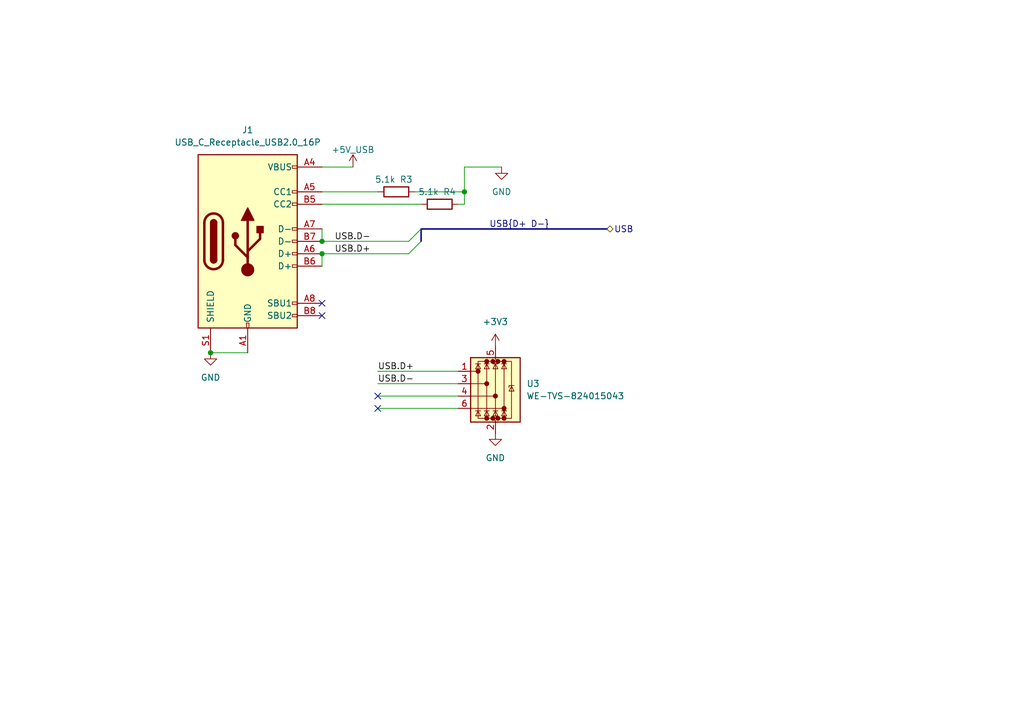
<source format=kicad_sch>
(kicad_sch (version 20250114) (generator "eeschema") (generator_version "9.0")
  (paper "A5")
  (lib_symbols
    (symbol "Connector:USB_C_Receptacle_USB2.0_16P" (pin_names (offset 1.016))
      (property "Reference" "J" (at 0 22.225 0))
      (property "Value" "USB_C_Receptacle_USB2.0_16P" (at 0 19.685 0))
      (symbol "USB_C_Receptacle_USB2.0_16P_0_0"
        (rectangle (start -0.254 -17.78) (end 0.254 -16.764))
        (rectangle (start 10.16 15.494) (end 9.144 14.986))
        (rectangle (start 10.16 10.414) (end 9.144 9.906))
        (rectangle (start 10.16 7.874) (end 9.144 7.366))
        (rectangle (start 10.16 2.794) (end 9.144 2.286))
        (rectangle (start 10.16 0.254) (end 9.144 -0.254))
        (rectangle (start 10.16 -2.286) (end 9.144 -2.794))
        (rectangle (start 10.16 -4.826) (end 9.144 -5.334))
        (rectangle (start 10.16 -12.446) (end 9.144 -12.954))
        (rectangle (start 10.16 -14.986) (end 9.144 -15.494))
      )
      (symbol "USB_C_Receptacle_USB2.0_16P_0_1"
        (rectangle (start -10.16 17.78) (end 10.16 -17.78) (stroke (width 0.254)) (fill (type background)))
        (polyline (pts (xy -8.89 -3.81) (xy -8.89 3.81)) (stroke (width 0.508)))
        (rectangle (start -7.62 -3.81) (end -6.35 3.81) (stroke (width 0.254)) (fill (type outline)))
        (arc (start -7.62 3.81) (mid -6.985 4.4423) (end -6.35 3.81) (stroke (width 0.254)))
        (arc (start -7.62 3.81) (mid -6.985 4.4423) (end -6.35 3.81) (stroke (width 0.254)) (fill (type outline)))
        (arc (start -8.89 3.81) (mid -6.985 5.7067) (end -5.08 3.81) (stroke (width 0.508)))
        (arc (start -5.08 -3.81) (mid -6.985 -5.7067) (end -8.89 -3.81) (stroke (width 0.508)))
        (arc (start -6.35 -3.81) (mid -6.985 -4.4423) (end -7.62 -3.81) (stroke (width 0.254)))
        (arc (start -6.35 -3.81) (mid -6.985 -4.4423) (end -7.62 -3.81) (stroke (width 0.254)) (fill (type outline)))
        (polyline (pts (xy -5.08 3.81) (xy -5.08 -3.81)) (stroke (width 0.508)))
        (circle (center -2.54 1.143) (radius 0.635) (stroke (width 0.254)) (fill (type outline)))
        (polyline (pts (xy -1.27 4.318) (xy 0 6.858) (xy 1.27 4.318) (xy -1.27 4.318)) (stroke (width 0.254)) (fill (type outline)))
        (polyline (pts (xy 0 -2.032) (xy 2.54 0.508) (xy 2.54 1.778)) (stroke (width 0.508)))
        (polyline (pts (xy 0 -3.302) (xy -2.54 -0.762) (xy -2.54 0.508)) (stroke (width 0.508)))
        (polyline (pts (xy 0 -5.842) (xy 0 4.318)) (stroke (width 0.508)))
        (circle (center 0 -5.842) (radius 1.27) (fill (type outline)))
        (rectangle (start 1.905 1.778) (end 3.175 3.048) (stroke (width 0.254)) (fill (type outline)))
      )
      (symbol "USB_C_Receptacle_USB2.0_16P_1_1"
        (pin passive line (at -7.62 -22.86 90) (length 5.08) (name "SHIELD") (number "S1"))
        (pin passive line (at 0 -22.86 90) (length 5.08) (name "GND") (number "A1"))
        (pin passive line (at 0 -22.86 90) (length 5.08) (hide yes) (name "GND") (number "A12"))
        (pin passive line (at 0 -22.86 90) (length 5.08) (hide yes) (name "GND") (number "B1"))
        (pin passive line (at 0 -22.86 90) (length 5.08) (hide yes) (name "GND") (number "B12"))
        (pin passive line (at 15.24 15.24 180) (length 5.08) (name "VBUS") (number "A4"))
        (pin passive line (at 15.24 15.24 180) (length 5.08) (hide yes) (name "VBUS") (number "A9"))
        (pin passive line (at 15.24 15.24 180) (length 5.08) (hide yes) (name "VBUS") (number "B4"))
        (pin passive line (at 15.24 15.24 180) (length 5.08) (hide yes) (name "VBUS") (number "B9"))
        (pin bidirectional line (at 15.24 10.16 180) (length 5.08) (name "CC1") (number "A5"))
        (pin bidirectional line (at 15.24 7.62 180) (length 5.08) (name "CC2") (number "B5"))
        (pin bidirectional line (at 15.24 2.54 180) (length 5.08) (name "D-") (number "A7"))
        (pin bidirectional line (at 15.24 0 180) (length 5.08) (name "D-") (number "B7"))
        (pin bidirectional line (at 15.24 -2.54 180) (length 5.08) (name "D+") (number "A6"))
        (pin bidirectional line (at 15.24 -5.08 180) (length 5.08) (name "D+") (number "B6"))
        (pin bidirectional line (at 15.24 -12.7 180) (length 5.08) (name "SBU1") (number "A8"))
        (pin bidirectional line (at 15.24 -15.24 180) (length 5.08) (name "SBU2") (number "B8"))
      )
    )
    (symbol "Device:R" (pin_numbers (hide yes)) (pin_names (offset 0))
      (property "Reference" "R" (at 2.032 0 90))
      (property "Value" "R" (at 0 0 90))
      (symbol "R_0_1"
        (rectangle (start -1.016 -2.54) (end 1.016 2.54) (stroke (width 0.254)))
      )
      (symbol "R_1_1"
        (pin passive line (at 0 3.81 270) (length 1.27) (name "~") (number "1"))
        (pin passive line (at 0 -3.81 90) (length 1.27) (name "~") (number "2"))
      )
    )
    (symbol "Power_Protection:WE-TVS-824015043" (pin_names (hide yes))
      (property "Reference" "U" (at 0 12.7 0))
      (property "Value" "WE-TVS-824015043" (at 0 10.16 0))
      (symbol "WE-TVS-824015043_0_0"
        (circle (center -3.556 2.54) (radius 0.0001) (stroke (width 0.508)))
        (circle (center -1.778 4.572) (radius 0.0001) (stroke (width 0.508)))
        (circle (center -1.778 0) (radius 0.0001) (stroke (width 0.508)))
        (circle (center -1.778 -7.112) (radius 0.0001) (stroke (width 0.508)))
        (circle (center -0.508 4.572) (radius 0.0001) (stroke (width 0.508)))
        (circle (center -0.508 -7.112) (radius 0.0001) (stroke (width 0.508)))
        (circle (center 0 -2.54) (radius 0.0001) (stroke (width 0.508)))
        (circle (center 0.508 4.572) (radius 0.0001) (stroke (width 0.508)))
        (circle (center 0.508 -7.112) (radius 0.0001) (stroke (width 0.508)))
        (circle (center 1.778 4.572) (radius 0.0001) (stroke (width 0.508)))
        (circle (center 1.778 -5.08) (radius 0.0001) (stroke (width 0.508)))
        (circle (center 1.778 -7.112) (radius 0.0001) (stroke (width 0.508)))
      )
      (symbol "WE-TVS-824015043_0_1"
        (polyline (pts (xy -5.08 2.54) (xy -3.556 2.54)))
        (polyline (pts (xy -5.08 0) (xy -1.778 0)))
        (polyline (pts (xy -5.08 -2.54) (xy 0 -2.54)))
        (polyline (pts (xy -5.08 -5.08) (xy 1.778 -5.08)))
        (polyline (pts (xy -4.064 3.048) (xy -3.048 3.048) (xy -3.556 4.064) (xy -4.064 3.048)))
        (polyline (pts (xy -4.064 -5.588) (xy -3.048 -5.588)))
        (polyline (pts (xy -3.048 4.064) (xy -4.064 4.064)))
        (polyline (pts (xy -3.048 -6.604) (xy -4.064 -6.604) (xy -3.556 -5.588) (xy -3.048 -6.604)))
        (polyline (pts (xy -2.286 4.064) (xy -1.27 4.064)))
        (polyline (pts (xy -2.286 -5.588) (xy -1.27 -5.588)))
        (polyline (pts (xy -1.27 3.048) (xy -2.286 3.048) (xy -1.778 4.064) (xy -1.27 3.048)))
        (polyline (pts (xy -1.27 -6.604) (xy -2.286 -6.604) (xy -1.778 -5.588) (xy -1.27 -6.604)))
        (polyline (pts (xy -0.508 3.048) (xy 0.508 3.048) (xy 0 4.064) (xy -0.508 3.048)))
        (polyline (pts (xy -0.508 -5.588) (xy 0.508 -5.588)))
        (polyline (pts (xy -0.508 -6.604) (xy 0.508 -6.604) (xy 0 -5.588) (xy -0.508 -6.604)))
        (polyline (pts (xy 0 5.08) (xy 0.508 4.572)))
        (polyline (pts (xy 0.508 4.064) (xy -0.508 4.064)))
        (polyline (pts (xy 0.508 -7.112) (xy -0.508 -7.112)))
        (polyline (pts (xy 1.27 4.064) (xy 2.286 4.064)))
        (polyline (pts (xy 1.27 -6.604) (xy 2.286 -6.604) (xy 1.778 -5.588) (xy 1.27 -6.604)))
        (polyline (pts (xy 1.778 4.572) (xy 3.302 4.572) (xy 3.302 -7.112) (xy 1.778 -7.112)))
        (polyline (pts (xy 2.286 3.048) (xy 1.27 3.048) (xy 1.778 4.064) (xy 2.286 3.048)))
        (polyline (pts (xy 2.286 -5.588) (xy 1.27 -5.588)))
        (polyline (pts (xy 2.794 -0.762) (xy 2.794 -0.381) (xy 3.81 -0.381)))
        (polyline (pts (xy 3.81 -1.524) (xy 2.794 -1.524) (xy 3.302 -0.508) (xy 3.81 -1.524)))
      )
      (symbol "WE-TVS-824015043_1_1"
        (rectangle (start -5.08 5.334) (end 5.08 -7.874) (stroke (width 0.254)) (fill (type background)))
        (polyline (pts (xy -1.778 4.572) (xy -3.556 4.572) (xy -3.556 -7.112) (xy -1.778 -7.112)))
        (polyline (pts (xy -0.508 4.572) (xy 1.778 4.572) (xy 1.778 -7.112) (xy 0.508 -7.112)))
        (polyline (pts (xy 0 -7.62) (xy -0.508 -7.112) (xy -1.778 -7.112) (xy -1.778 4.572) (xy -0.508 4.572)))
        (polyline (pts (xy 0.508 -7.112) (xy 0 -6.604) (xy 0 4.064) (xy -0.508 4.572)))
        (pin passive line (at -7.62 2.54 0) (length 2.54) (name "I/O1") (number "1"))
        (pin passive line (at -7.62 0 0) (length 2.54) (name "I/O2") (number "3"))
        (pin passive line (at -7.62 -2.54 0) (length 2.54) (name "I/O3") (number "4"))
        (pin passive line (at -7.62 -5.08 0) (length 2.54) (name "I/O4") (number "6"))
        (pin passive line (at 0 7.62 270) (length 2.54) (name "VBUS") (number "5"))
        (pin passive line (at 0 -10.16 90) (length 2.54) (name "GND") (number "2"))
      )
    )
    (symbol "power:+5V" (power) (pin_numbers (hide yes)) (pin_names (offset 0) (hide yes))
      (property "Value" "+5V" (at 0 3.556 0))
      (symbol "+5V_0_1"
        (polyline (pts (xy -0.762 1.27) (xy 0 2.54)))
        (polyline (pts (xy 0 2.54) (xy 0.762 1.27)))
        (polyline (pts (xy 0 0) (xy 0 2.54)))
      )
      (symbol "+5V_1_1"
        (pin power_in line (at 0 0 90) (length 0) (name "~") (number "1"))
      )
    )
    (symbol "power:GND" (power) (pin_numbers (hide yes)) (pin_names (offset 0) (hide yes))
      (property "Value" "GND" (at 0 -3.81 0))
      (symbol "GND_0_1"
        (polyline (pts (xy 0 0) (xy 0 -1.27) (xy 1.27 -1.27) (xy 0 -2.54) (xy -1.27 -1.27) (xy 0 -1.27)))
      )
      (symbol "GND_1_1"
        (pin power_in line (at 0 0 270) (length 0) (name "~") (number "1"))
      )
    )
  )
  (junction (at 66.04 49.53))
  (junction (at 43.18 72.39))
  (junction (at 95.25 39.37))
  (junction (at 66.04 52.07))
  (no_connect (at 66.04 62.23))
  (no_connect (at 77.47 81.28))
  (no_connect (at 77.47 83.82))
  (no_connect (at 66.04 64.77))
  (bus_entry (at 83.82 52.07) (size 2.54 -2.54))
  (bus_entry (at 83.82 49.53) (size 2.54 -2.54))
  (wire (pts (xy 77.47 78.74) (xy 93.98 78.74)))
  (wire (pts (xy 85.09 39.37) (xy 95.25 39.37)))
  (wire (pts (xy 77.47 83.82) (xy 93.98 83.82)))
  (bus (pts (xy 86.36 46.99) (xy 124.46 46.99)))
  (wire (pts (xy 95.25 34.29) (xy 102.87 34.29)))
  (wire (pts (xy 77.47 81.28) (xy 93.98 81.28)))
  (bus (pts (xy 86.36 46.99) (xy 86.36 49.53)))
  (wire (pts (xy 66.04 46.99) (xy 66.04 49.53)))
  (wire (pts (xy 66.04 41.91) (xy 86.36 41.91)))
  (wire (pts (xy 95.25 39.37) (xy 95.25 41.91)))
  (wire (pts (xy 95.25 41.91) (xy 93.98 41.91)))
  (wire (pts (xy 66.04 54.61) (xy 66.04 52.07)))
  (wire (pts (xy 95.25 39.37) (xy 95.25 34.29)))
  (wire (pts (xy 66.04 52.07) (xy 83.82 52.07)))
  (wire (pts (xy 43.18 72.39) (xy 50.8 72.39)))
  (wire (pts (xy 66.04 39.37) (xy 77.47 39.37)))
  (wire (pts (xy 66.04 49.53) (xy 83.82 49.53)))
  (wire (pts (xy 77.47 76.2) (xy 93.98 76.2)))
  (wire (pts (xy 72.39 34.29) (xy 66.04 34.29)))
  (label "USB.D+" (at 68.58 52.07 0))
  (label "USB.D-" (at 68.58 49.53 0))
  (label "USB.D-" (at 77.47 78.74 0))
  (label "USB.D+" (at 77.47 76.2 0))
  (label "USB{D+ D-}" (at 100.33 46.99 0))
  (hierarchical_label "USB" (shape bidirectional) (at 124.46 46.99 0))
  (symbol (lib_id "power:GND") (at 102.87 34.29 0) (unit 1)
    (property "Reference" "#PWR011" (effects (hide yes)))
    (property "Value" "GND" (at 102.87 39.37 0))
    (property "Description" "Power symbol creates a global label with name \"GND\" , ground" (effects (hide yes)))
  )
  (symbol (lib_id "Connector:USB_C_Receptacle_USB2.0_16P") (at 50.8 49.53 0) (unit 1)
    (property "Reference" "J1" (at 50.8 26.67 0))
    (property "Value" "USB_C_Receptacle_USB2.0_16P" (at 50.8 29.21 0))
    (property "Footprint" "components:USB-C" (effects (hide yes)))
    (property "Datasheet" "https://www.usb.org/sites/default/files/documents/usb_type-c.zip" (effects (hide yes)))
    (property "Description" "USB 2.0-only 16P Type-C Receptacle connector" (effects (hide yes)))
    (property "mouser" "640-USB4215-03-A " (effects (hide yes)))
  )
  (symbol (lib_id "power:+5V") (at 72.39 34.29 0) (unit 1)
    (property "Reference" "#PWR010" (effects (hide yes)))
    (property "Value" "+5V_USB" (at 72.39 30.734 0))
    (property "Description" "Power symbol creates a global label with name \"+5V\"" (effects (hide yes)))
  )
  (symbol (lib_id "Device:R") (at 90.17 41.91 90) (unit 1)
    (property "Reference" "R4" (at 92.202 39.37 90))
    (property "Value" "5.1k" (at 87.884 39.37 90))
    (property "Footprint" "Resistor_SMD:R_0805_2012Metric_Pad1.20x1.40mm_HandSolder" (effects (hide yes)))
    (property "Description" "Resistor" (effects (hide yes)))
  )
  (symbol (lib_id "power:GND") (at 101.6 88.9 0) (unit 1)
    (property "Reference" "#PWR012" (effects (hide yes)))
    (property "Value" "GND" (at 101.6 93.98 0))
    (property "Description" "Power symbol creates a global label with name \"GND\" , ground" (effects (hide yes)))
  )
  (symbol (lib_id "power:GND") (at 43.18 72.39 0) (unit 1)
    (property "Reference" "#PWR09" (effects (hide yes)))
    (property "Value" "GND" (at 43.18 77.47 0))
    (property "Description" "Power symbol creates a global label with name \"GND\" , ground" (effects (hide yes)))
  )
  (symbol (lib_id "power:+5V") (at 101.6 71.12 0) (unit 1)
    (property "Reference" "#PWR013" (effects (hide yes)))
    (property "Value" "+3V3" (at 101.6 66.04 0))
    (property "Description" "Power symbol creates a global label with name \"+5V\"" (effects (hide yes)))
  )
  (symbol (lib_id "Device:R") (at 81.28 39.37 90) (unit 1)
    (property "Reference" "R3" (at 83.312 36.83 90))
    (property "Value" "5.1k" (at 78.994 36.83 90))
    (property "Footprint" "Resistor_SMD:R_0805_2012Metric_Pad1.20x1.40mm_HandSolder" (effects (hide yes)))
    (property "Description" "Resistor" (effects (hide yes)))
  )
  (symbol (lib_id "Power_Protection:WE-TVS-824015043") (at 101.6 78.74 0) (unit 1)
    (property "Reference" "U3" (at 107.95 78.7399 0) (effects (justify left)))
    (property "Value" "WE-TVS-824015043" (at 107.95 81.2799 0) (effects (justify left)))
    (property "Footprint" "Package_TO_SOT_SMD:SOT-23-6" (effects (hide yes)))
    (property "Datasheet" "https://www.we-online.com/components/products/datasheet/824015043.pdf" (effects (hide yes)))
    (property "Description" "Low Capacitance TVS Diode Array, 2 Channels, SOT-23-6" (effects (hide yes)))
    (property "mouser" "652-CDSOT236-0502 " (effects (hide yes)))
  )
)
</source>
